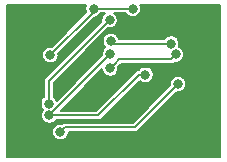
<source format=gbr>
G04 #@! TF.GenerationSoftware,KiCad,Pcbnew,(5.1.5)-3*
G04 #@! TF.CreationDate,2020-05-27T19:43:43+09:00*
G04 #@! TF.ProjectId,FMU3_Sensors_make,464d5533-5f53-4656-9e73-6f72735f6d61,rev?*
G04 #@! TF.SameCoordinates,Original*
G04 #@! TF.FileFunction,Copper,L2,Bot*
G04 #@! TF.FilePolarity,Positive*
%FSLAX46Y46*%
G04 Gerber Fmt 4.6, Leading zero omitted, Abs format (unit mm)*
G04 Created by KiCad (PCBNEW (5.1.5)-3) date 2020-05-27 19:43:43*
%MOMM*%
%LPD*%
G04 APERTURE LIST*
%ADD10C,0.800000*%
%ADD11C,0.200000*%
G04 APERTURE END LIST*
D10*
X140758808Y-38084005D03*
X135650000Y-37850000D03*
X140900000Y-46500000D03*
X130560000Y-37680000D03*
X135590000Y-40180000D03*
X141160000Y-39000000D03*
X141350000Y-41500000D03*
X131370000Y-45570000D03*
X138573396Y-40717214D03*
X135620000Y-38930000D03*
X130426583Y-44159650D03*
X130400049Y-43160001D03*
X135539413Y-36089234D03*
X137500000Y-35125000D03*
X134200000Y-35125000D03*
X130530000Y-39050000D03*
D11*
X135884005Y-38084005D02*
X135650000Y-37850000D01*
X140758808Y-38084005D02*
X135884005Y-38084005D01*
X136370001Y-39399999D02*
X135989999Y-39780001D01*
X140760001Y-39399999D02*
X136370001Y-39399999D01*
X135989999Y-39780001D02*
X135590000Y-40180000D01*
X141160000Y-39000000D02*
X140760001Y-39399999D01*
X140950001Y-41899999D02*
X141350000Y-41500000D01*
X137679999Y-45170001D02*
X140950001Y-41899999D01*
X131769999Y-45170001D02*
X137679999Y-45170001D01*
X131370000Y-45570000D02*
X131769999Y-45170001D01*
X135620000Y-38966233D02*
X135620000Y-38930000D01*
X130426583Y-44159650D02*
X135620000Y-38966233D01*
X134565275Y-44159650D02*
X130992268Y-44159650D01*
X130992268Y-44159650D02*
X130426583Y-44159650D01*
X138007711Y-40717214D02*
X134565275Y-44159650D01*
X138573396Y-40717214D02*
X138007711Y-40717214D01*
X130400049Y-41228598D02*
X135539413Y-36089234D01*
X130400049Y-43160001D02*
X130400049Y-41228598D01*
X136934315Y-35125000D02*
X134200000Y-35125000D01*
X137500000Y-35125000D02*
X136934315Y-35125000D01*
X134200000Y-35380000D02*
X134200000Y-35125000D01*
X130530000Y-39050000D02*
X134200000Y-35380000D01*
G36*
X133526901Y-34920818D02*
G01*
X133500000Y-35056056D01*
X133500000Y-35193944D01*
X133526901Y-35329182D01*
X133573246Y-35441069D01*
X130653469Y-38360846D01*
X130598944Y-38350000D01*
X130461056Y-38350000D01*
X130325818Y-38376901D01*
X130198426Y-38429668D01*
X130083776Y-38506274D01*
X129986274Y-38603776D01*
X129909668Y-38718426D01*
X129856901Y-38845818D01*
X129830000Y-38981056D01*
X129830000Y-39118944D01*
X129856901Y-39254182D01*
X129909668Y-39381574D01*
X129986274Y-39496224D01*
X130083776Y-39593726D01*
X130198426Y-39670332D01*
X130325818Y-39723099D01*
X130461056Y-39750000D01*
X130598944Y-39750000D01*
X130734182Y-39723099D01*
X130861574Y-39670332D01*
X130976224Y-39593726D01*
X131073726Y-39496224D01*
X131150332Y-39381574D01*
X131203099Y-39254182D01*
X131230000Y-39118944D01*
X131230000Y-38981056D01*
X131219154Y-38926531D01*
X134333534Y-35812152D01*
X134404182Y-35798099D01*
X134531574Y-35745332D01*
X134646224Y-35668726D01*
X134743726Y-35571224D01*
X134774612Y-35525000D01*
X135123882Y-35525000D01*
X135093189Y-35545508D01*
X134995687Y-35643010D01*
X134919081Y-35757660D01*
X134866314Y-35885052D01*
X134839413Y-36020290D01*
X134839413Y-36158178D01*
X134850259Y-36212702D01*
X130131097Y-40931865D01*
X130115839Y-40944387D01*
X130103317Y-40959645D01*
X130103314Y-40959648D01*
X130065852Y-41005296D01*
X130028710Y-41074784D01*
X130005837Y-41150185D01*
X129998114Y-41228598D01*
X130000050Y-41248254D01*
X130000049Y-42585389D01*
X129953825Y-42616275D01*
X129856323Y-42713777D01*
X129779717Y-42828427D01*
X129726950Y-42955819D01*
X129700049Y-43091057D01*
X129700049Y-43228945D01*
X129726950Y-43364183D01*
X129779717Y-43491575D01*
X129856323Y-43606225D01*
X129923191Y-43673093D01*
X129882857Y-43713426D01*
X129806251Y-43828076D01*
X129753484Y-43955468D01*
X129726583Y-44090706D01*
X129726583Y-44228594D01*
X129753484Y-44363832D01*
X129806251Y-44491224D01*
X129882857Y-44605874D01*
X129980359Y-44703376D01*
X130095009Y-44779982D01*
X130222401Y-44832749D01*
X130357639Y-44859650D01*
X130495527Y-44859650D01*
X130630765Y-44832749D01*
X130758157Y-44779982D01*
X130872807Y-44703376D01*
X130970309Y-44605874D01*
X131001195Y-44559650D01*
X134545629Y-44559650D01*
X134565275Y-44561585D01*
X134584921Y-44559650D01*
X134584922Y-44559650D01*
X134643689Y-44553862D01*
X134719089Y-44530990D01*
X134788578Y-44493847D01*
X134849486Y-44443861D01*
X134862012Y-44428598D01*
X138078421Y-41212189D01*
X138127172Y-41260940D01*
X138241822Y-41337546D01*
X138369214Y-41390313D01*
X138504452Y-41417214D01*
X138642340Y-41417214D01*
X138777578Y-41390313D01*
X138904970Y-41337546D01*
X139019620Y-41260940D01*
X139117122Y-41163438D01*
X139193728Y-41048788D01*
X139246495Y-40921396D01*
X139273396Y-40786158D01*
X139273396Y-40648270D01*
X139246495Y-40513032D01*
X139193728Y-40385640D01*
X139117122Y-40270990D01*
X139019620Y-40173488D01*
X138904970Y-40096882D01*
X138777578Y-40044115D01*
X138642340Y-40017214D01*
X138504452Y-40017214D01*
X138369214Y-40044115D01*
X138241822Y-40096882D01*
X138127172Y-40173488D01*
X138029670Y-40270990D01*
X137999540Y-40316084D01*
X137988064Y-40317214D01*
X137929297Y-40323002D01*
X137853897Y-40345874D01*
X137784408Y-40383017D01*
X137723500Y-40433003D01*
X137710974Y-40448266D01*
X134399590Y-43759650D01*
X131392268Y-43759650D01*
X134892153Y-40259766D01*
X134916901Y-40384182D01*
X134969668Y-40511574D01*
X135046274Y-40626224D01*
X135143776Y-40723726D01*
X135258426Y-40800332D01*
X135385818Y-40853099D01*
X135521056Y-40880000D01*
X135658944Y-40880000D01*
X135794182Y-40853099D01*
X135921574Y-40800332D01*
X136036224Y-40723726D01*
X136133726Y-40626224D01*
X136210332Y-40511574D01*
X136263099Y-40384182D01*
X136290000Y-40248944D01*
X136290000Y-40111056D01*
X136279154Y-40056532D01*
X136286734Y-40048952D01*
X136286738Y-40048947D01*
X136535687Y-39799999D01*
X140740355Y-39799999D01*
X140760001Y-39801934D01*
X140779647Y-39799999D01*
X140779648Y-39799999D01*
X140838415Y-39794211D01*
X140913815Y-39771339D01*
X140983304Y-39734196D01*
X141037864Y-39689419D01*
X141091056Y-39700000D01*
X141228944Y-39700000D01*
X141364182Y-39673099D01*
X141491574Y-39620332D01*
X141606224Y-39543726D01*
X141703726Y-39446224D01*
X141780332Y-39331574D01*
X141833099Y-39204182D01*
X141860000Y-39068944D01*
X141860000Y-38931056D01*
X141833099Y-38795818D01*
X141780332Y-38668426D01*
X141703726Y-38553776D01*
X141606224Y-38456274D01*
X141491574Y-38379668D01*
X141408302Y-38345176D01*
X141431907Y-38288187D01*
X141458808Y-38152949D01*
X141458808Y-38015061D01*
X141431907Y-37879823D01*
X141379140Y-37752431D01*
X141302534Y-37637781D01*
X141205032Y-37540279D01*
X141090382Y-37463673D01*
X140962990Y-37410906D01*
X140827752Y-37384005D01*
X140689864Y-37384005D01*
X140554626Y-37410906D01*
X140427234Y-37463673D01*
X140312584Y-37540279D01*
X140215082Y-37637781D01*
X140184196Y-37684005D01*
X136330695Y-37684005D01*
X136323099Y-37645818D01*
X136270332Y-37518426D01*
X136193726Y-37403776D01*
X136096224Y-37306274D01*
X135981574Y-37229668D01*
X135854182Y-37176901D01*
X135718944Y-37150000D01*
X135581056Y-37150000D01*
X135445818Y-37176901D01*
X135318426Y-37229668D01*
X135203776Y-37306274D01*
X135106274Y-37403776D01*
X135029668Y-37518426D01*
X134976901Y-37645818D01*
X134950000Y-37781056D01*
X134950000Y-37918944D01*
X134976901Y-38054182D01*
X135029668Y-38181574D01*
X135106274Y-38296224D01*
X135187293Y-38377243D01*
X135173776Y-38386274D01*
X135076274Y-38483776D01*
X134999668Y-38598426D01*
X134946901Y-38725818D01*
X134920000Y-38861056D01*
X134920000Y-38998944D01*
X134936857Y-39083690D01*
X131070682Y-42949866D01*
X131020381Y-42828427D01*
X130943775Y-42713777D01*
X130846273Y-42616275D01*
X130800049Y-42585389D01*
X130800049Y-41394283D01*
X135415945Y-36778388D01*
X135470469Y-36789234D01*
X135608357Y-36789234D01*
X135743595Y-36762333D01*
X135870987Y-36709566D01*
X135985637Y-36632960D01*
X136083139Y-36535458D01*
X136159745Y-36420808D01*
X136212512Y-36293416D01*
X136239413Y-36158178D01*
X136239413Y-36020290D01*
X136212512Y-35885052D01*
X136159745Y-35757660D01*
X136083139Y-35643010D01*
X135985637Y-35545508D01*
X135954944Y-35525000D01*
X136925388Y-35525000D01*
X136956274Y-35571224D01*
X137053776Y-35668726D01*
X137168426Y-35745332D01*
X137295818Y-35798099D01*
X137431056Y-35825000D01*
X137568944Y-35825000D01*
X137704182Y-35798099D01*
X137831574Y-35745332D01*
X137946224Y-35668726D01*
X138043726Y-35571224D01*
X138120332Y-35456574D01*
X138173099Y-35329182D01*
X138200000Y-35193944D01*
X138200000Y-35056056D01*
X138173099Y-34920818D01*
X138133410Y-34825000D01*
X144925000Y-34825000D01*
X144925001Y-47675000D01*
X126825000Y-47675000D01*
X126825000Y-45501056D01*
X130670000Y-45501056D01*
X130670000Y-45638944D01*
X130696901Y-45774182D01*
X130749668Y-45901574D01*
X130826274Y-46016224D01*
X130923776Y-46113726D01*
X131038426Y-46190332D01*
X131165818Y-46243099D01*
X131301056Y-46270000D01*
X131438944Y-46270000D01*
X131574182Y-46243099D01*
X131701574Y-46190332D01*
X131816224Y-46113726D01*
X131913726Y-46016224D01*
X131990332Y-45901574D01*
X132043099Y-45774182D01*
X132070000Y-45638944D01*
X132070000Y-45570001D01*
X137660353Y-45570001D01*
X137679999Y-45571936D01*
X137699645Y-45570001D01*
X137699646Y-45570001D01*
X137758413Y-45564213D01*
X137833813Y-45541341D01*
X137903302Y-45504198D01*
X137964210Y-45454212D01*
X137976736Y-45438949D01*
X141226532Y-42189154D01*
X141281056Y-42200000D01*
X141418944Y-42200000D01*
X141554182Y-42173099D01*
X141681574Y-42120332D01*
X141796224Y-42043726D01*
X141893726Y-41946224D01*
X141970332Y-41831574D01*
X142023099Y-41704182D01*
X142050000Y-41568944D01*
X142050000Y-41431056D01*
X142023099Y-41295818D01*
X141970332Y-41168426D01*
X141893726Y-41053776D01*
X141796224Y-40956274D01*
X141681574Y-40879668D01*
X141554182Y-40826901D01*
X141418944Y-40800000D01*
X141281056Y-40800000D01*
X141145818Y-40826901D01*
X141018426Y-40879668D01*
X140903776Y-40956274D01*
X140806274Y-41053776D01*
X140729668Y-41168426D01*
X140676901Y-41295818D01*
X140650000Y-41431056D01*
X140650000Y-41568944D01*
X140660846Y-41623468D01*
X137514314Y-44770001D01*
X131789645Y-44770001D01*
X131769998Y-44768066D01*
X131750352Y-44770001D01*
X131691585Y-44775789D01*
X131616185Y-44798661D01*
X131546696Y-44835804D01*
X131501048Y-44873266D01*
X131501046Y-44873268D01*
X131492136Y-44880581D01*
X131438944Y-44870000D01*
X131301056Y-44870000D01*
X131165818Y-44896901D01*
X131038426Y-44949668D01*
X130923776Y-45026274D01*
X130826274Y-45123776D01*
X130749668Y-45238426D01*
X130696901Y-45365818D01*
X130670000Y-45501056D01*
X126825000Y-45501056D01*
X126825000Y-34825000D01*
X133566590Y-34825000D01*
X133526901Y-34920818D01*
G37*
X133526901Y-34920818D02*
X133500000Y-35056056D01*
X133500000Y-35193944D01*
X133526901Y-35329182D01*
X133573246Y-35441069D01*
X130653469Y-38360846D01*
X130598944Y-38350000D01*
X130461056Y-38350000D01*
X130325818Y-38376901D01*
X130198426Y-38429668D01*
X130083776Y-38506274D01*
X129986274Y-38603776D01*
X129909668Y-38718426D01*
X129856901Y-38845818D01*
X129830000Y-38981056D01*
X129830000Y-39118944D01*
X129856901Y-39254182D01*
X129909668Y-39381574D01*
X129986274Y-39496224D01*
X130083776Y-39593726D01*
X130198426Y-39670332D01*
X130325818Y-39723099D01*
X130461056Y-39750000D01*
X130598944Y-39750000D01*
X130734182Y-39723099D01*
X130861574Y-39670332D01*
X130976224Y-39593726D01*
X131073726Y-39496224D01*
X131150332Y-39381574D01*
X131203099Y-39254182D01*
X131230000Y-39118944D01*
X131230000Y-38981056D01*
X131219154Y-38926531D01*
X134333534Y-35812152D01*
X134404182Y-35798099D01*
X134531574Y-35745332D01*
X134646224Y-35668726D01*
X134743726Y-35571224D01*
X134774612Y-35525000D01*
X135123882Y-35525000D01*
X135093189Y-35545508D01*
X134995687Y-35643010D01*
X134919081Y-35757660D01*
X134866314Y-35885052D01*
X134839413Y-36020290D01*
X134839413Y-36158178D01*
X134850259Y-36212702D01*
X130131097Y-40931865D01*
X130115839Y-40944387D01*
X130103317Y-40959645D01*
X130103314Y-40959648D01*
X130065852Y-41005296D01*
X130028710Y-41074784D01*
X130005837Y-41150185D01*
X129998114Y-41228598D01*
X130000050Y-41248254D01*
X130000049Y-42585389D01*
X129953825Y-42616275D01*
X129856323Y-42713777D01*
X129779717Y-42828427D01*
X129726950Y-42955819D01*
X129700049Y-43091057D01*
X129700049Y-43228945D01*
X129726950Y-43364183D01*
X129779717Y-43491575D01*
X129856323Y-43606225D01*
X129923191Y-43673093D01*
X129882857Y-43713426D01*
X129806251Y-43828076D01*
X129753484Y-43955468D01*
X129726583Y-44090706D01*
X129726583Y-44228594D01*
X129753484Y-44363832D01*
X129806251Y-44491224D01*
X129882857Y-44605874D01*
X129980359Y-44703376D01*
X130095009Y-44779982D01*
X130222401Y-44832749D01*
X130357639Y-44859650D01*
X130495527Y-44859650D01*
X130630765Y-44832749D01*
X130758157Y-44779982D01*
X130872807Y-44703376D01*
X130970309Y-44605874D01*
X131001195Y-44559650D01*
X134545629Y-44559650D01*
X134565275Y-44561585D01*
X134584921Y-44559650D01*
X134584922Y-44559650D01*
X134643689Y-44553862D01*
X134719089Y-44530990D01*
X134788578Y-44493847D01*
X134849486Y-44443861D01*
X134862012Y-44428598D01*
X138078421Y-41212189D01*
X138127172Y-41260940D01*
X138241822Y-41337546D01*
X138369214Y-41390313D01*
X138504452Y-41417214D01*
X138642340Y-41417214D01*
X138777578Y-41390313D01*
X138904970Y-41337546D01*
X139019620Y-41260940D01*
X139117122Y-41163438D01*
X139193728Y-41048788D01*
X139246495Y-40921396D01*
X139273396Y-40786158D01*
X139273396Y-40648270D01*
X139246495Y-40513032D01*
X139193728Y-40385640D01*
X139117122Y-40270990D01*
X139019620Y-40173488D01*
X138904970Y-40096882D01*
X138777578Y-40044115D01*
X138642340Y-40017214D01*
X138504452Y-40017214D01*
X138369214Y-40044115D01*
X138241822Y-40096882D01*
X138127172Y-40173488D01*
X138029670Y-40270990D01*
X137999540Y-40316084D01*
X137988064Y-40317214D01*
X137929297Y-40323002D01*
X137853897Y-40345874D01*
X137784408Y-40383017D01*
X137723500Y-40433003D01*
X137710974Y-40448266D01*
X134399590Y-43759650D01*
X131392268Y-43759650D01*
X134892153Y-40259766D01*
X134916901Y-40384182D01*
X134969668Y-40511574D01*
X135046274Y-40626224D01*
X135143776Y-40723726D01*
X135258426Y-40800332D01*
X135385818Y-40853099D01*
X135521056Y-40880000D01*
X135658944Y-40880000D01*
X135794182Y-40853099D01*
X135921574Y-40800332D01*
X136036224Y-40723726D01*
X136133726Y-40626224D01*
X136210332Y-40511574D01*
X136263099Y-40384182D01*
X136290000Y-40248944D01*
X136290000Y-40111056D01*
X136279154Y-40056532D01*
X136286734Y-40048952D01*
X136286738Y-40048947D01*
X136535687Y-39799999D01*
X140740355Y-39799999D01*
X140760001Y-39801934D01*
X140779647Y-39799999D01*
X140779648Y-39799999D01*
X140838415Y-39794211D01*
X140913815Y-39771339D01*
X140983304Y-39734196D01*
X141037864Y-39689419D01*
X141091056Y-39700000D01*
X141228944Y-39700000D01*
X141364182Y-39673099D01*
X141491574Y-39620332D01*
X141606224Y-39543726D01*
X141703726Y-39446224D01*
X141780332Y-39331574D01*
X141833099Y-39204182D01*
X141860000Y-39068944D01*
X141860000Y-38931056D01*
X141833099Y-38795818D01*
X141780332Y-38668426D01*
X141703726Y-38553776D01*
X141606224Y-38456274D01*
X141491574Y-38379668D01*
X141408302Y-38345176D01*
X141431907Y-38288187D01*
X141458808Y-38152949D01*
X141458808Y-38015061D01*
X141431907Y-37879823D01*
X141379140Y-37752431D01*
X141302534Y-37637781D01*
X141205032Y-37540279D01*
X141090382Y-37463673D01*
X140962990Y-37410906D01*
X140827752Y-37384005D01*
X140689864Y-37384005D01*
X140554626Y-37410906D01*
X140427234Y-37463673D01*
X140312584Y-37540279D01*
X140215082Y-37637781D01*
X140184196Y-37684005D01*
X136330695Y-37684005D01*
X136323099Y-37645818D01*
X136270332Y-37518426D01*
X136193726Y-37403776D01*
X136096224Y-37306274D01*
X135981574Y-37229668D01*
X135854182Y-37176901D01*
X135718944Y-37150000D01*
X135581056Y-37150000D01*
X135445818Y-37176901D01*
X135318426Y-37229668D01*
X135203776Y-37306274D01*
X135106274Y-37403776D01*
X135029668Y-37518426D01*
X134976901Y-37645818D01*
X134950000Y-37781056D01*
X134950000Y-37918944D01*
X134976901Y-38054182D01*
X135029668Y-38181574D01*
X135106274Y-38296224D01*
X135187293Y-38377243D01*
X135173776Y-38386274D01*
X135076274Y-38483776D01*
X134999668Y-38598426D01*
X134946901Y-38725818D01*
X134920000Y-38861056D01*
X134920000Y-38998944D01*
X134936857Y-39083690D01*
X131070682Y-42949866D01*
X131020381Y-42828427D01*
X130943775Y-42713777D01*
X130846273Y-42616275D01*
X130800049Y-42585389D01*
X130800049Y-41394283D01*
X135415945Y-36778388D01*
X135470469Y-36789234D01*
X135608357Y-36789234D01*
X135743595Y-36762333D01*
X135870987Y-36709566D01*
X135985637Y-36632960D01*
X136083139Y-36535458D01*
X136159745Y-36420808D01*
X136212512Y-36293416D01*
X136239413Y-36158178D01*
X136239413Y-36020290D01*
X136212512Y-35885052D01*
X136159745Y-35757660D01*
X136083139Y-35643010D01*
X135985637Y-35545508D01*
X135954944Y-35525000D01*
X136925388Y-35525000D01*
X136956274Y-35571224D01*
X137053776Y-35668726D01*
X137168426Y-35745332D01*
X137295818Y-35798099D01*
X137431056Y-35825000D01*
X137568944Y-35825000D01*
X137704182Y-35798099D01*
X137831574Y-35745332D01*
X137946224Y-35668726D01*
X138043726Y-35571224D01*
X138120332Y-35456574D01*
X138173099Y-35329182D01*
X138200000Y-35193944D01*
X138200000Y-35056056D01*
X138173099Y-34920818D01*
X138133410Y-34825000D01*
X144925000Y-34825000D01*
X144925001Y-47675000D01*
X126825000Y-47675000D01*
X126825000Y-45501056D01*
X130670000Y-45501056D01*
X130670000Y-45638944D01*
X130696901Y-45774182D01*
X130749668Y-45901574D01*
X130826274Y-46016224D01*
X130923776Y-46113726D01*
X131038426Y-46190332D01*
X131165818Y-46243099D01*
X131301056Y-46270000D01*
X131438944Y-46270000D01*
X131574182Y-46243099D01*
X131701574Y-46190332D01*
X131816224Y-46113726D01*
X131913726Y-46016224D01*
X131990332Y-45901574D01*
X132043099Y-45774182D01*
X132070000Y-45638944D01*
X132070000Y-45570001D01*
X137660353Y-45570001D01*
X137679999Y-45571936D01*
X137699645Y-45570001D01*
X137699646Y-45570001D01*
X137758413Y-45564213D01*
X137833813Y-45541341D01*
X137903302Y-45504198D01*
X137964210Y-45454212D01*
X137976736Y-45438949D01*
X141226532Y-42189154D01*
X141281056Y-42200000D01*
X141418944Y-42200000D01*
X141554182Y-42173099D01*
X141681574Y-42120332D01*
X141796224Y-42043726D01*
X141893726Y-41946224D01*
X141970332Y-41831574D01*
X142023099Y-41704182D01*
X142050000Y-41568944D01*
X142050000Y-41431056D01*
X142023099Y-41295818D01*
X141970332Y-41168426D01*
X141893726Y-41053776D01*
X141796224Y-40956274D01*
X141681574Y-40879668D01*
X141554182Y-40826901D01*
X141418944Y-40800000D01*
X141281056Y-40800000D01*
X141145818Y-40826901D01*
X141018426Y-40879668D01*
X140903776Y-40956274D01*
X140806274Y-41053776D01*
X140729668Y-41168426D01*
X140676901Y-41295818D01*
X140650000Y-41431056D01*
X140650000Y-41568944D01*
X140660846Y-41623468D01*
X137514314Y-44770001D01*
X131789645Y-44770001D01*
X131769998Y-44768066D01*
X131750352Y-44770001D01*
X131691585Y-44775789D01*
X131616185Y-44798661D01*
X131546696Y-44835804D01*
X131501048Y-44873266D01*
X131501046Y-44873268D01*
X131492136Y-44880581D01*
X131438944Y-44870000D01*
X131301056Y-44870000D01*
X131165818Y-44896901D01*
X131038426Y-44949668D01*
X130923776Y-45026274D01*
X130826274Y-45123776D01*
X130749668Y-45238426D01*
X130696901Y-45365818D01*
X130670000Y-45501056D01*
X126825000Y-45501056D01*
X126825000Y-34825000D01*
X133566590Y-34825000D01*
X133526901Y-34920818D01*
M02*

</source>
